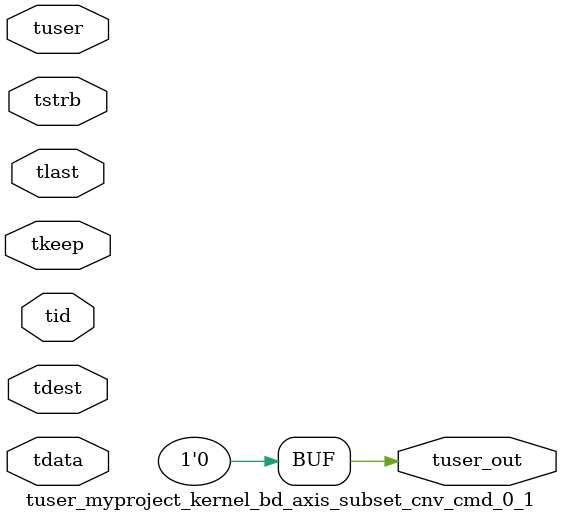
<source format=v>


`timescale 1ps/1ps

module tuser_myproject_kernel_bd_axis_subset_cnv_cmd_0_1 #
(
parameter C_S_AXIS_TUSER_WIDTH = 1,
parameter C_S_AXIS_TDATA_WIDTH = 32,
parameter C_S_AXIS_TID_WIDTH   = 0,
parameter C_S_AXIS_TDEST_WIDTH = 0,
parameter C_M_AXIS_TUSER_WIDTH = 1
)
(
input  [(C_S_AXIS_TUSER_WIDTH == 0 ? 1 : C_S_AXIS_TUSER_WIDTH)-1:0     ] tuser,
input  [(C_S_AXIS_TDATA_WIDTH == 0 ? 1 : C_S_AXIS_TDATA_WIDTH)-1:0     ] tdata,
input  [(C_S_AXIS_TID_WIDTH   == 0 ? 1 : C_S_AXIS_TID_WIDTH)-1:0       ] tid,
input  [(C_S_AXIS_TDEST_WIDTH == 0 ? 1 : C_S_AXIS_TDEST_WIDTH)-1:0     ] tdest,
input  [(C_S_AXIS_TDATA_WIDTH/8)-1:0 ] tkeep,
input  [(C_S_AXIS_TDATA_WIDTH/8)-1:0 ] tstrb,
input                                                                    tlast,
output [C_M_AXIS_TUSER_WIDTH-1:0] tuser_out
);

assign tuser_out = {1'b0};

endmodule


</source>
